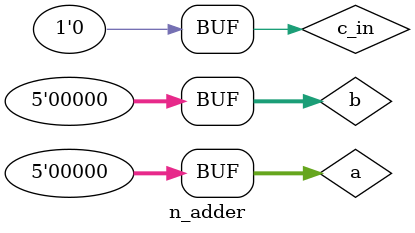
<source format=v>
`timescale 1ns / 1ps


module n_adder;

	// Inputs
	reg [4:0] a;
	reg [4:0] b;
	reg c_in;

	// Outputs
	wire [4:0] sum;
	wire c_out;

	// Instantiate the Unit Under Test (UUT)
	n_ripple_adder uut (
		.sum(sum), 
		.c_out(c_out), 
		.a(a), 
		.b(b), 
		.c_in(c_in)
	);

	initial begin
		// Initialize Inputs
		a = 0;
		b = 0;
		c_in = 0;

		// Wait 100 ns for global reset to finish
		#100;
        
		// Add stimulus here

	end
      
endmodule


</source>
